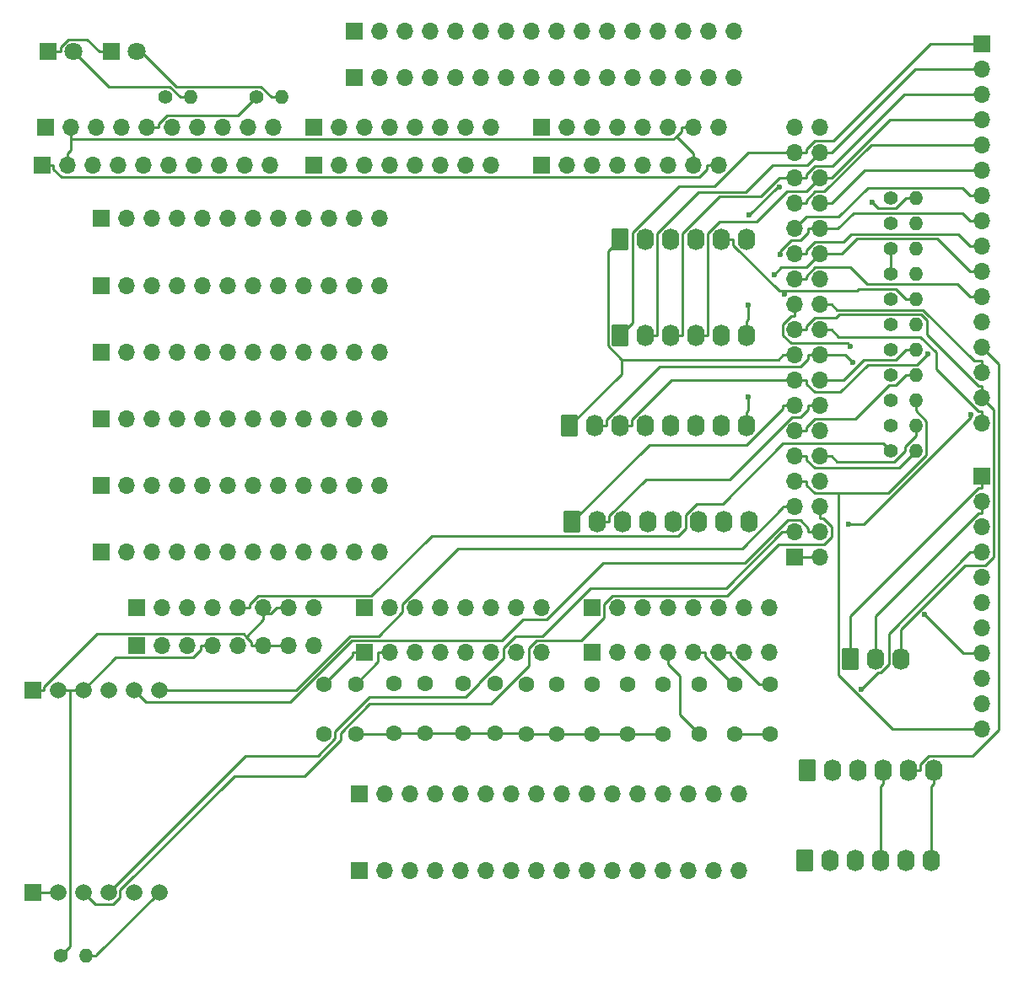
<source format=gbr>
%TF.GenerationSoftware,KiCad,Pcbnew,7.0.9*%
%TF.CreationDate,2023-12-05T18:38:30+10:00*%
%TF.ProjectId,Forward Console Input,466f7277-6172-4642-9043-6f6e736f6c65,rev?*%
%TF.SameCoordinates,Original*%
%TF.FileFunction,Copper,L1,Top*%
%TF.FilePolarity,Positive*%
%FSLAX46Y46*%
G04 Gerber Fmt 4.6, Leading zero omitted, Abs format (unit mm)*
G04 Created by KiCad (PCBNEW 7.0.9) date 2023-12-05 18:38:30*
%MOMM*%
%LPD*%
G01*
G04 APERTURE LIST*
G04 Aperture macros list*
%AMRoundRect*
0 Rectangle with rounded corners*
0 $1 Rounding radius*
0 $2 $3 $4 $5 $6 $7 $8 $9 X,Y pos of 4 corners*
0 Add a 4 corners polygon primitive as box body*
4,1,4,$2,$3,$4,$5,$6,$7,$8,$9,$2,$3,0*
0 Add four circle primitives for the rounded corners*
1,1,$1+$1,$2,$3*
1,1,$1+$1,$4,$5*
1,1,$1+$1,$6,$7*
1,1,$1+$1,$8,$9*
0 Add four rect primitives between the rounded corners*
20,1,$1+$1,$2,$3,$4,$5,0*
20,1,$1+$1,$4,$5,$6,$7,0*
20,1,$1+$1,$6,$7,$8,$9,0*
20,1,$1+$1,$8,$9,$2,$3,0*%
G04 Aperture macros list end*
%TA.AperFunction,ComponentPad*%
%ADD10R,1.700000X1.700000*%
%TD*%
%TA.AperFunction,ComponentPad*%
%ADD11O,1.700000X1.700000*%
%TD*%
%TA.AperFunction,ComponentPad*%
%ADD12C,1.400000*%
%TD*%
%TA.AperFunction,ComponentPad*%
%ADD13O,1.400000X1.400000*%
%TD*%
%TA.AperFunction,ComponentPad*%
%ADD14RoundRect,0.250000X-0.620000X-0.845000X0.620000X-0.845000X0.620000X0.845000X-0.620000X0.845000X0*%
%TD*%
%TA.AperFunction,ComponentPad*%
%ADD15O,1.740000X2.190000*%
%TD*%
%TA.AperFunction,ComponentPad*%
%ADD16C,1.600000*%
%TD*%
%TA.AperFunction,ComponentPad*%
%ADD17R,1.800000X1.800000*%
%TD*%
%TA.AperFunction,ComponentPad*%
%ADD18C,1.800000*%
%TD*%
%TA.AperFunction,ComponentPad*%
%ADD19R,1.665000X1.665000*%
%TD*%
%TA.AperFunction,ComponentPad*%
%ADD20C,1.665000*%
%TD*%
%TA.AperFunction,ViaPad*%
%ADD21C,0.600000*%
%TD*%
%TA.AperFunction,Conductor*%
%ADD22C,0.250000*%
%TD*%
G04 APERTURE END LIST*
D10*
%TO.P,J29,1,Pin_1*%
%TO.N,GND*%
X193980000Y-92380000D03*
D11*
%TO.P,J29,2,Pin_2*%
X196520000Y-92380000D03*
%TO.P,J29,3,Pin_3*%
%TO.N,SCLK*%
X193980000Y-89840000D03*
%TO.P,J29,4,Pin_4*%
%TO.N,ES1_RST*%
X196520000Y-89840000D03*
%TO.P,J29,5,Pin_5*%
%TO.N,MISO*%
X193980000Y-87300000D03*
%TO.P,J29,6,Pin_6*%
%TO.N,MOSI*%
X196520000Y-87300000D03*
%TO.P,J29,7,Pin_7*%
%TO.N,/48*%
X193980000Y-84760000D03*
%TO.P,J29,8,Pin_8*%
%TO.N,/49*%
X196520000Y-84760000D03*
%TO.P,J29,9,Pin_9*%
%TO.N,/\u002A46*%
X193980000Y-82220000D03*
%TO.P,J29,10,Pin_10*%
%TO.N,/47*%
X196520000Y-82220000D03*
%TO.P,J29,11,Pin_11*%
%TO.N,/\u002A44*%
X193980000Y-79680000D03*
%TO.P,J29,12,Pin_12*%
%TO.N,/\u002A45*%
X196520000Y-79680000D03*
%TO.P,J29,13,Pin_13*%
%TO.N,/42*%
X193980000Y-77140000D03*
%TO.P,J29,14,Pin_14*%
%TO.N,/43*%
X196520000Y-77140000D03*
%TO.P,J29,15,Pin_15*%
%TO.N,/40*%
X193980000Y-74600000D03*
%TO.P,J29,16,Pin_16*%
%TO.N,/41*%
X196520000Y-74600000D03*
%TO.P,J29,17,Pin_17*%
%TO.N,/38*%
X193980000Y-72060000D03*
%TO.P,J29,18,Pin_18*%
%TO.N,/39*%
X196520000Y-72060000D03*
%TO.P,J29,19,Pin_19*%
%TO.N,/36*%
X193980000Y-69520000D03*
%TO.P,J29,20,Pin_20*%
%TO.N,/37*%
X196520000Y-69520000D03*
%TO.P,J29,21,Pin_21*%
%TO.N,/34*%
X193980000Y-66980000D03*
%TO.P,J29,22,Pin_22*%
%TO.N,/35*%
X196520000Y-66980000D03*
%TO.P,J29,23,Pin_23*%
%TO.N,/32*%
X193980000Y-64440000D03*
%TO.P,J29,24,Pin_24*%
%TO.N,/33*%
X196520000Y-64440000D03*
%TO.P,J29,25,Pin_25*%
%TO.N,/30*%
X193980000Y-61900000D03*
%TO.P,J29,26,Pin_26*%
%TO.N,/31*%
X196520000Y-61900000D03*
%TO.P,J29,27,Pin_27*%
%TO.N,/28*%
X193980000Y-59360000D03*
%TO.P,J29,28,Pin_28*%
%TO.N,/29*%
X196520000Y-59360000D03*
%TO.P,J29,29,Pin_29*%
%TO.N,/26*%
X193980000Y-56820000D03*
%TO.P,J29,30,Pin_30*%
%TO.N,/27*%
X196520000Y-56820000D03*
%TO.P,J29,31,Pin_31*%
%TO.N,/24*%
X193980000Y-54280000D03*
%TO.P,J29,32,Pin_32*%
%TO.N,/25*%
X196520000Y-54280000D03*
%TO.P,J29,33,Pin_33*%
%TO.N,/22*%
X193980000Y-51740000D03*
%TO.P,J29,34,Pin_34*%
%TO.N,/23*%
X196520000Y-51740000D03*
%TO.P,J29,35,Pin_35*%
%TO.N,+5V*%
X193980000Y-49200000D03*
%TO.P,J29,36,Pin_36*%
X196520000Y-49200000D03*
%TD*%
D10*
%TO.P,J26,1,Pin_1*%
%TO.N,unconnected-(J26-Pin_1-Pad1)*%
X127940000Y-97460000D03*
D11*
%TO.P,J26,2,Pin_2*%
%TO.N,/IOREF*%
X130480000Y-97460000D03*
%TO.P,J26,3,Pin_3*%
%TO.N,/~{RESET}*%
X133020000Y-97460000D03*
%TO.P,J26,4,Pin_4*%
%TO.N,+3V3*%
X135560000Y-97460000D03*
%TO.P,J26,5,Pin_5*%
%TO.N,+5V*%
X138100000Y-97460000D03*
%TO.P,J26,6,Pin_6*%
%TO.N,GND*%
X140640000Y-97460000D03*
%TO.P,J26,7,Pin_7*%
X143180000Y-97460000D03*
%TO.P,J26,8,Pin_8*%
%TO.N,VCC*%
X145720000Y-97460000D03*
%TD*%
D10*
%TO.P,J27,1,Pin_1*%
%TO.N,/A0*%
X150800000Y-97460000D03*
D11*
%TO.P,J27,2,Pin_2*%
%TO.N,/A1*%
X153340000Y-97460000D03*
%TO.P,J27,3,Pin_3*%
%TO.N,/A2*%
X155880000Y-97460000D03*
%TO.P,J27,4,Pin_4*%
%TO.N,/A3*%
X158420000Y-97460000D03*
%TO.P,J27,5,Pin_5*%
%TO.N,/A4*%
X160960000Y-97460000D03*
%TO.P,J27,6,Pin_6*%
%TO.N,/A5*%
X163500000Y-97460000D03*
%TO.P,J27,7,Pin_7*%
%TO.N,/A6*%
X166040000Y-97460000D03*
%TO.P,J27,8,Pin_8*%
%TO.N,/A7*%
X168580000Y-97460000D03*
%TD*%
D10*
%TO.P,J28,1,Pin_1*%
%TO.N,/A8*%
X173660000Y-97460000D03*
D11*
%TO.P,J28,2,Pin_2*%
%TO.N,/A9*%
X176200000Y-97460000D03*
%TO.P,J28,3,Pin_3*%
%TO.N,/A10*%
X178740000Y-97460000D03*
%TO.P,J28,4,Pin_4*%
%TO.N,/A11*%
X181280000Y-97460000D03*
%TO.P,J28,5,Pin_5*%
%TO.N,/A12*%
X183820000Y-97460000D03*
%TO.P,J28,6,Pin_6*%
%TO.N,/A13*%
X186360000Y-97460000D03*
%TO.P,J28,7,Pin_7*%
%TO.N,/A14*%
X188900000Y-97460000D03*
%TO.P,J28,8,Pin_8*%
%TO.N,/A15*%
X191440000Y-97460000D03*
%TD*%
D10*
%TO.P,J30,1,Pin_1*%
%TO.N,/SCL{slash}21*%
X118796000Y-49200000D03*
D11*
%TO.P,J30,2,Pin_2*%
%TO.N,/SDA{slash}20*%
X121336000Y-49200000D03*
%TO.P,J30,3,Pin_3*%
%TO.N,/AREF*%
X123876000Y-49200000D03*
%TO.P,J30,4,Pin_4*%
%TO.N,GND*%
X126416000Y-49200000D03*
%TO.P,J30,5,Pin_5*%
%TO.N,/\u002A13*%
X128956000Y-49200000D03*
%TO.P,J30,6,Pin_6*%
%TO.N,/\u002A12*%
X131496000Y-49200000D03*
%TO.P,J30,7,Pin_7*%
%TO.N,/\u002A11*%
X134036000Y-49200000D03*
%TO.P,J30,8,Pin_8*%
%TO.N,SS*%
X136576000Y-49200000D03*
%TO.P,J30,9,Pin_9*%
%TO.N,/\u002A9*%
X139116000Y-49200000D03*
%TO.P,J30,10,Pin_10*%
%TO.N,/\u002A8*%
X141656000Y-49200000D03*
%TD*%
D10*
%TO.P,J31,1,Pin_1*%
%TO.N,/\u002A7*%
X145720000Y-49200000D03*
D11*
%TO.P,J31,2,Pin_2*%
%TO.N,/\u002A6*%
X148260000Y-49200000D03*
%TO.P,J31,3,Pin_3*%
%TO.N,/\u002A5*%
X150800000Y-49200000D03*
%TO.P,J31,4,Pin_4*%
%TO.N,/\u002A4*%
X153340000Y-49200000D03*
%TO.P,J31,5,Pin_5*%
%TO.N,/\u002A3*%
X155880000Y-49200000D03*
%TO.P,J31,6,Pin_6*%
%TO.N,/\u002A2*%
X158420000Y-49200000D03*
%TO.P,J31,7,Pin_7*%
%TO.N,/TX0{slash}1*%
X160960000Y-49200000D03*
%TO.P,J31,8,Pin_8*%
%TO.N,/RX0{slash}0*%
X163500000Y-49200000D03*
%TD*%
D10*
%TO.P,J32,1,Pin_1*%
%TO.N,/TX3{slash}14*%
X168580000Y-49200000D03*
D11*
%TO.P,J32,2,Pin_2*%
%TO.N,/RX3{slash}15*%
X171120000Y-49200000D03*
%TO.P,J32,3,Pin_3*%
%TO.N,/TX2{slash}16*%
X173660000Y-49200000D03*
%TO.P,J32,4,Pin_4*%
%TO.N,/RX2{slash}17*%
X176200000Y-49200000D03*
%TO.P,J32,5,Pin_5*%
%TO.N,/TX1{slash}18*%
X178740000Y-49200000D03*
%TO.P,J32,6,Pin_6*%
%TO.N,/RX1{slash}19*%
X181280000Y-49200000D03*
%TO.P,J32,7,Pin_7*%
%TO.N,/SDA{slash}20*%
X183820000Y-49200000D03*
%TO.P,J32,8,Pin_8*%
%TO.N,/SCL{slash}21*%
X186360000Y-49200000D03*
%TD*%
D10*
%TO.P,J17,1,Pin_1*%
%TO.N,Net-(J17-Pin_1)*%
X124384000Y-85166400D03*
D11*
%TO.P,J17,2,Pin_2*%
%TO.N,Net-(J17-Pin_2)*%
X126924000Y-85166400D03*
%TO.P,J17,3,Pin_3*%
%TO.N,Net-(J17-Pin_3)*%
X129464000Y-85166400D03*
%TO.P,J17,4,Pin_4*%
%TO.N,Net-(J17-Pin_4)*%
X132004000Y-85166400D03*
%TO.P,J17,5,Pin_5*%
%TO.N,Net-(J17-Pin_5)*%
X134544000Y-85166400D03*
%TO.P,J17,6,Pin_6*%
%TO.N,Net-(J17-Pin_6)*%
X137084000Y-85166400D03*
%TO.P,J17,7,Pin_7*%
%TO.N,Net-(J17-Pin_7)*%
X139624000Y-85166400D03*
%TO.P,J17,8,Pin_8*%
%TO.N,Net-(J17-Pin_8)*%
X142164000Y-85166400D03*
%TO.P,J17,9,Pin_9*%
%TO.N,Net-(J17-Pin_9)*%
X144704000Y-85166400D03*
%TO.P,J17,10,Pin_10*%
%TO.N,Net-(J17-Pin_10)*%
X147244000Y-85166400D03*
%TO.P,J17,11,Pin_11*%
%TO.N,Net-(J17-Pin_11)*%
X149784000Y-85166400D03*
%TO.P,J17,12,Pin_12*%
%TO.N,Net-(J17-Pin_12)*%
X152324000Y-85166400D03*
%TD*%
D12*
%TO.P,R5,1*%
%TO.N,+5V*%
X203632000Y-69012000D03*
D13*
%TO.P,R5,2*%
%TO.N,/40*%
X206172000Y-69012000D03*
%TD*%
D12*
%TO.P,R2,1*%
%TO.N,/\u002A12*%
X130784000Y-46152000D03*
D13*
%TO.P,R2,2*%
%TO.N,Net-(D2-A)*%
X133324000Y-46152000D03*
%TD*%
D14*
%TO.P,J8,1,Pin_1*%
%TO.N,/38*%
X171374000Y-79172000D03*
D15*
%TO.P,J8,2,Pin_2*%
%TO.N,/39*%
X173914000Y-79172000D03*
%TO.P,J8,3,Pin_3*%
%TO.N,/40*%
X176454000Y-79172000D03*
%TO.P,J8,4,Pin_4*%
%TO.N,/41*%
X178994000Y-79172000D03*
%TO.P,J8,5,Pin_5*%
%TO.N,/28*%
X181534000Y-79172000D03*
%TO.P,J8,6,Pin_6*%
%TO.N,/29*%
X184074000Y-79172000D03*
%TO.P,J8,7,Pin_7*%
%TO.N,/30*%
X186614000Y-79172000D03*
%TO.P,J8,8,Pin_8*%
%TO.N,/31*%
X189154000Y-79172000D03*
%TD*%
D16*
%TO.P,C7,1*%
%TO.N,/A11*%
X184368000Y-110120000D03*
%TO.P,C7,2*%
%TO.N,GND*%
X184368000Y-105120000D03*
%TD*%
%TO.P,C14,1*%
%TO.N,/A0*%
X146736000Y-105120000D03*
%TO.P,C14,2*%
%TO.N,GND*%
X146736000Y-110120000D03*
%TD*%
D12*
%TO.P,R7,1*%
%TO.N,+5V*%
X203632000Y-66472000D03*
D13*
%TO.P,R7,2*%
%TO.N,/42*%
X206172000Y-66472000D03*
%TD*%
D10*
%TO.P,J1,1,Pin_1*%
%TO.N,Net-(J1-Pin_1)*%
X150292000Y-123876000D03*
D11*
%TO.P,J1,2,Pin_2*%
%TO.N,Net-(J1-Pin_2)*%
X152832000Y-123876000D03*
%TO.P,J1,3,Pin_3*%
%TO.N,Net-(J1-Pin_3)*%
X155372000Y-123876000D03*
%TO.P,J1,4,Pin_4*%
%TO.N,Net-(J1-Pin_4)*%
X157912000Y-123876000D03*
%TO.P,J1,5,Pin_5*%
%TO.N,Net-(J1-Pin_5)*%
X160452000Y-123876000D03*
%TO.P,J1,6,Pin_6*%
%TO.N,Net-(J1-Pin_6)*%
X162992000Y-123876000D03*
%TO.P,J1,7,Pin_7*%
%TO.N,Net-(J1-Pin_7)*%
X165532000Y-123876000D03*
%TO.P,J1,8,Pin_8*%
%TO.N,Net-(J1-Pin_8)*%
X168072000Y-123876000D03*
%TO.P,J1,9,Pin_9*%
%TO.N,Net-(J1-Pin_9)*%
X170612000Y-123876000D03*
%TO.P,J1,10,Pin_10*%
%TO.N,Net-(J1-Pin_10)*%
X173152000Y-123876000D03*
%TO.P,J1,11,Pin_11*%
%TO.N,Net-(J1-Pin_11)*%
X175692000Y-123876000D03*
%TO.P,J1,12,Pin_12*%
%TO.N,Net-(J1-Pin_12)*%
X178232000Y-123876000D03*
%TO.P,J1,13,Pin_13*%
%TO.N,Net-(J1-Pin_13)*%
X180772000Y-123876000D03*
%TO.P,J1,14,Pin_14*%
%TO.N,Net-(J1-Pin_14)*%
X183312000Y-123876000D03*
%TO.P,J1,15,Pin_15*%
%TO.N,Net-(J1-Pin_15)*%
X185852000Y-123876000D03*
%TO.P,J1,16,Pin_16*%
%TO.N,Net-(J1-Pin_16)*%
X188392000Y-123876000D03*
%TD*%
D12*
%TO.P,R14,1*%
%TO.N,+3V3*%
X120325000Y-132385000D03*
D13*
%TO.P,R14,2*%
%TO.N,Net-(U1-INT)*%
X122865000Y-132385000D03*
%TD*%
D10*
%TO.P,J24,1,Pin_1*%
%TO.N,Net-(J23-Pin_1)*%
X149784000Y-44198000D03*
D11*
%TO.P,J24,2,Pin_2*%
%TO.N,Net-(J23-Pin_2)*%
X152324000Y-44198000D03*
%TO.P,J24,3,Pin_3*%
%TO.N,Net-(J23-Pin_3)*%
X154864000Y-44198000D03*
%TO.P,J24,4,Pin_4*%
%TO.N,Net-(J23-Pin_4)*%
X157404000Y-44198000D03*
%TO.P,J24,5,Pin_5*%
%TO.N,Net-(J23-Pin_5)*%
X159944000Y-44198000D03*
%TO.P,J24,6,Pin_6*%
%TO.N,Net-(J23-Pin_6)*%
X162484000Y-44198000D03*
%TO.P,J24,7,Pin_7*%
%TO.N,Net-(J23-Pin_7)*%
X165024000Y-44198000D03*
%TO.P,J24,8,Pin_8*%
%TO.N,Net-(J23-Pin_8)*%
X167564000Y-44198000D03*
%TO.P,J24,9,Pin_9*%
%TO.N,Net-(J23-Pin_9)*%
X170104000Y-44198000D03*
%TO.P,J24,10,Pin_10*%
%TO.N,Net-(J23-Pin_10)*%
X172644000Y-44198000D03*
%TO.P,J24,11,Pin_11*%
%TO.N,Net-(J23-Pin_11)*%
X175184000Y-44198000D03*
%TO.P,J24,12,Pin_12*%
%TO.N,Net-(J23-Pin_12)*%
X177724000Y-44198000D03*
%TO.P,J24,13,Pin_13*%
%TO.N,Net-(J23-Pin_13)*%
X180264000Y-44198000D03*
%TO.P,J24,14,Pin_14*%
%TO.N,Net-(J23-Pin_14)*%
X182804000Y-44198000D03*
%TO.P,J24,15,Pin_15*%
%TO.N,Net-(J23-Pin_15)*%
X185344000Y-44198000D03*
%TO.P,J24,16,Pin_16*%
%TO.N,Net-(J23-Pin_16)*%
X187884000Y-44198000D03*
%TD*%
D16*
%TO.P,C3,1*%
%TO.N,/A13*%
X191480000Y-105120000D03*
%TO.P,C3,2*%
%TO.N,GND*%
X191480000Y-110120000D03*
%TD*%
D10*
%TO.P,J12,1,Pin_1*%
%TO.N,Net-(J12-Pin_1)*%
X124384000Y-78460800D03*
D11*
%TO.P,J12,2,Pin_2*%
%TO.N,Net-(J12-Pin_2)*%
X126924000Y-78460800D03*
%TO.P,J12,3,Pin_3*%
%TO.N,Net-(J12-Pin_3)*%
X129464000Y-78460800D03*
%TO.P,J12,4,Pin_4*%
%TO.N,Net-(J12-Pin_4)*%
X132004000Y-78460800D03*
%TO.P,J12,5,Pin_5*%
%TO.N,Net-(J12-Pin_5)*%
X134544000Y-78460800D03*
%TO.P,J12,6,Pin_6*%
%TO.N,Net-(J12-Pin_6)*%
X137084000Y-78460800D03*
%TO.P,J12,7,Pin_7*%
%TO.N,Net-(J12-Pin_7)*%
X139624000Y-78460800D03*
%TO.P,J12,8,Pin_8*%
%TO.N,Net-(J12-Pin_8)*%
X142164000Y-78460800D03*
%TO.P,J12,9,Pin_9*%
%TO.N,Net-(J12-Pin_9)*%
X144704000Y-78460800D03*
%TO.P,J12,10,Pin_10*%
%TO.N,Net-(J12-Pin_10)*%
X147244000Y-78460800D03*
%TO.P,J12,11,Pin_11*%
%TO.N,Net-(J12-Pin_11)*%
X149784000Y-78460800D03*
%TO.P,J12,12,Pin_12*%
%TO.N,Net-(J12-Pin_12)*%
X152324000Y-78460800D03*
%TD*%
D10*
%TO.P,J22,1,Pin_1*%
%TO.N,/A8*%
X173660000Y-101905000D03*
D11*
%TO.P,J22,2,Pin_2*%
%TO.N,/A9*%
X176200000Y-101905000D03*
%TO.P,J22,3,Pin_3*%
%TO.N,/A10*%
X178740000Y-101905000D03*
%TO.P,J22,4,Pin_4*%
%TO.N,/A11*%
X181280000Y-101905000D03*
%TO.P,J22,5,Pin_5*%
%TO.N,/A12*%
X183820000Y-101905000D03*
%TO.P,J22,6,Pin_6*%
%TO.N,/A13*%
X186360000Y-101905000D03*
%TO.P,J22,7,Pin_7*%
%TO.N,/A14*%
X188900000Y-101905000D03*
%TO.P,J22,8,Pin_8*%
%TO.N,/A15*%
X191440000Y-101905000D03*
%TD*%
D14*
%TO.P,J7,1,Pin_1*%
%TO.N,/38*%
X194996000Y-122860000D03*
D15*
%TO.P,J7,2,Pin_2*%
%TO.N,/39*%
X197536000Y-122860000D03*
%TO.P,J7,3,Pin_3*%
%TO.N,/32*%
X200076000Y-122860000D03*
%TO.P,J7,4,Pin_4*%
%TO.N,/33*%
X202616000Y-122860000D03*
%TO.P,J7,5,Pin_5*%
%TO.N,/34*%
X205156000Y-122860000D03*
%TO.P,J7,6,Pin_6*%
%TO.N,/35*%
X207696000Y-122860000D03*
%TD*%
D10*
%TO.P,J10,1,Pin_1*%
%TO.N,/22*%
X212776000Y-40818000D03*
D11*
%TO.P,J10,2,Pin_2*%
%TO.N,/23*%
X212776000Y-43358000D03*
%TO.P,J10,3,Pin_3*%
%TO.N,/24*%
X212776000Y-45898000D03*
%TO.P,J10,4,Pin_4*%
%TO.N,/25*%
X212776000Y-48438000D03*
%TO.P,J10,5,Pin_5*%
%TO.N,/26*%
X212776000Y-50978000D03*
%TO.P,J10,6,Pin_6*%
%TO.N,/27*%
X212776000Y-53518000D03*
%TO.P,J10,7,Pin_7*%
%TO.N,/28*%
X212776000Y-56058000D03*
%TO.P,J10,8,Pin_8*%
%TO.N,/29*%
X212776000Y-58598000D03*
%TO.P,J10,9,Pin_9*%
%TO.N,/30*%
X212776000Y-61138000D03*
%TO.P,J10,10,Pin_10*%
%TO.N,/31*%
X212776000Y-63678000D03*
%TO.P,J10,11,Pin_11*%
%TO.N,/32*%
X212776000Y-66218000D03*
%TO.P,J10,12,Pin_12*%
%TO.N,/33*%
X212776000Y-68758000D03*
%TO.P,J10,13,Pin_13*%
%TO.N,/34*%
X212776000Y-71298000D03*
%TO.P,J10,14,Pin_14*%
%TO.N,/35*%
X212776000Y-73838000D03*
%TO.P,J10,15,Pin_15*%
%TO.N,/36*%
X212776000Y-76378000D03*
%TO.P,J10,16,Pin_16*%
%TO.N,/37*%
X212776000Y-78918000D03*
%TD*%
D10*
%TO.P,J18,1,Pin_1*%
%TO.N,Net-(J17-Pin_1)*%
X124384000Y-91872000D03*
D11*
%TO.P,J18,2,Pin_2*%
%TO.N,Net-(J17-Pin_2)*%
X126924000Y-91872000D03*
%TO.P,J18,3,Pin_3*%
%TO.N,Net-(J17-Pin_3)*%
X129464000Y-91872000D03*
%TO.P,J18,4,Pin_4*%
%TO.N,Net-(J17-Pin_4)*%
X132004000Y-91872000D03*
%TO.P,J18,5,Pin_5*%
%TO.N,Net-(J17-Pin_5)*%
X134544000Y-91872000D03*
%TO.P,J18,6,Pin_6*%
%TO.N,Net-(J17-Pin_6)*%
X137084000Y-91872000D03*
%TO.P,J18,7,Pin_7*%
%TO.N,Net-(J17-Pin_7)*%
X139624000Y-91872000D03*
%TO.P,J18,8,Pin_8*%
%TO.N,Net-(J17-Pin_8)*%
X142164000Y-91872000D03*
%TO.P,J18,9,Pin_9*%
%TO.N,Net-(J17-Pin_9)*%
X144704000Y-91872000D03*
%TO.P,J18,10,Pin_10*%
%TO.N,Net-(J17-Pin_10)*%
X147244000Y-91872000D03*
%TO.P,J18,11,Pin_11*%
%TO.N,Net-(J17-Pin_11)*%
X149784000Y-91872000D03*
%TO.P,J18,12,Pin_12*%
%TO.N,Net-(J17-Pin_12)*%
X152324000Y-91872000D03*
%TD*%
D14*
%TO.P,J9,1,Pin_1*%
%TO.N,/42*%
X171628000Y-88824000D03*
D15*
%TO.P,J9,2,Pin_2*%
%TO.N,/43*%
X174168000Y-88824000D03*
%TO.P,J9,3,Pin_3*%
%TO.N,/28*%
X176708000Y-88824000D03*
%TO.P,J9,4,Pin_4*%
%TO.N,/29*%
X179248000Y-88824000D03*
%TO.P,J9,5,Pin_5*%
%TO.N,/30*%
X181788000Y-88824000D03*
%TO.P,J9,6,Pin_6*%
%TO.N,/31*%
X184328000Y-88824000D03*
%TO.P,J9,7,Pin_7*%
%TO.N,/32*%
X186868000Y-88824000D03*
%TO.P,J9,8,Pin_8*%
%TO.N,/33*%
X189408000Y-88824000D03*
%TD*%
D16*
%TO.P,C11,1*%
%TO.N,/A9*%
X177216000Y-105120000D03*
%TO.P,C11,2*%
%TO.N,GND*%
X177216000Y-110120000D03*
%TD*%
%TO.P,C6,1*%
%TO.N,/A4*%
X160706000Y-105080000D03*
%TO.P,C6,2*%
%TO.N,GND*%
X160706000Y-110080000D03*
%TD*%
D10*
%TO.P,J13,1,Pin_1*%
%TO.N,Net-(J12-Pin_1)*%
X124384000Y-71755200D03*
D11*
%TO.P,J13,2,Pin_2*%
%TO.N,Net-(J12-Pin_2)*%
X126924000Y-71755200D03*
%TO.P,J13,3,Pin_3*%
%TO.N,Net-(J12-Pin_3)*%
X129464000Y-71755200D03*
%TO.P,J13,4,Pin_4*%
%TO.N,Net-(J12-Pin_4)*%
X132004000Y-71755200D03*
%TO.P,J13,5,Pin_5*%
%TO.N,Net-(J12-Pin_5)*%
X134544000Y-71755200D03*
%TO.P,J13,6,Pin_6*%
%TO.N,Net-(J12-Pin_6)*%
X137084000Y-71755200D03*
%TO.P,J13,7,Pin_7*%
%TO.N,Net-(J12-Pin_7)*%
X139624000Y-71755200D03*
%TO.P,J13,8,Pin_8*%
%TO.N,Net-(J12-Pin_8)*%
X142164000Y-71755200D03*
%TO.P,J13,9,Pin_9*%
%TO.N,Net-(J12-Pin_9)*%
X144704000Y-71755200D03*
%TO.P,J13,10,Pin_10*%
%TO.N,Net-(J12-Pin_10)*%
X147244000Y-71755200D03*
%TO.P,J13,11,Pin_11*%
%TO.N,Net-(J12-Pin_11)*%
X149784000Y-71755200D03*
%TO.P,J13,12,Pin_12*%
%TO.N,Net-(J12-Pin_12)*%
X152324000Y-71755200D03*
%TD*%
D16*
%TO.P,C8,1*%
%TO.N,/A3*%
X156896000Y-105080000D03*
%TO.P,C8,2*%
%TO.N,GND*%
X156896000Y-110080000D03*
%TD*%
D12*
%TO.P,R10,1*%
%TO.N,+5V*%
X203582000Y-61392000D03*
D13*
%TO.P,R10,2*%
%TO.N,/\u002A45*%
X206122000Y-61392000D03*
%TD*%
D16*
%TO.P,C2,1*%
%TO.N,/A6*%
X167056000Y-105120000D03*
%TO.P,C2,2*%
%TO.N,GND*%
X167056000Y-110120000D03*
%TD*%
D14*
%TO.P,J6,1,Pin_1*%
%TO.N,/38*%
X199568000Y-102560000D03*
D15*
%TO.P,J6,2,Pin_2*%
%TO.N,/39*%
X202108000Y-102560000D03*
%TO.P,J6,3,Pin_3*%
%TO.N,/36*%
X204648000Y-102560000D03*
%TD*%
D10*
%TO.P,J25,1,Pin_1*%
%TO.N,unconnected-(J25-Pin_1-Pad1)*%
X127940000Y-101270000D03*
D11*
%TO.P,J25,2,Pin_2*%
%TO.N,/IOREF*%
X130480000Y-101270000D03*
%TO.P,J25,3,Pin_3*%
%TO.N,/~{RESET}*%
X133020000Y-101270000D03*
%TO.P,J25,4,Pin_4*%
%TO.N,+3V3*%
X135560000Y-101270000D03*
%TO.P,J25,5,Pin_5*%
%TO.N,+5V*%
X138100000Y-101270000D03*
%TO.P,J25,6,Pin_6*%
%TO.N,GND*%
X140640000Y-101270000D03*
%TO.P,J25,7,Pin_7*%
X143180000Y-101270000D03*
%TO.P,J25,8,Pin_8*%
%TO.N,VCC*%
X145720000Y-101270000D03*
%TD*%
D16*
%TO.P,C1,1*%
%TO.N,/A7*%
X170104000Y-105120000D03*
%TO.P,C1,2*%
%TO.N,GND*%
X170104000Y-110120000D03*
%TD*%
D12*
%TO.P,R8,1*%
%TO.N,+5V*%
X203632000Y-56312000D03*
D13*
%TO.P,R8,2*%
%TO.N,/43*%
X206172000Y-56312000D03*
%TD*%
D12*
%TO.P,R11,1*%
%TO.N,+5V*%
X203582000Y-81712000D03*
D13*
%TO.P,R11,2*%
%TO.N,/\u002A46*%
X206122000Y-81712000D03*
%TD*%
D16*
%TO.P,C5,1*%
%TO.N,/A12*%
X187924000Y-105120000D03*
%TO.P,C5,2*%
%TO.N,GND*%
X187924000Y-110120000D03*
%TD*%
%TO.P,C9,1*%
%TO.N,/A10*%
X180772000Y-105120000D03*
%TO.P,C9,2*%
%TO.N,GND*%
X180772000Y-110120000D03*
%TD*%
D14*
%TO.P,J4,1,Pin_1*%
%TO.N,/22*%
X176454000Y-70048000D03*
D15*
%TO.P,J4,2,Pin_2*%
%TO.N,/23*%
X178994000Y-70048000D03*
%TO.P,J4,3,Pin_3*%
%TO.N,/24*%
X181534000Y-70048000D03*
%TO.P,J4,4,Pin_4*%
%TO.N,/25*%
X184074000Y-70048000D03*
%TO.P,J4,5,Pin_5*%
%TO.N,/26*%
X186614000Y-70048000D03*
%TO.P,J4,6,Pin_6*%
%TO.N,/27*%
X189154000Y-70048000D03*
%TD*%
D16*
%TO.P,C12,1*%
%TO.N,/A1*%
X149911000Y-105120000D03*
%TO.P,C12,2*%
%TO.N,GND*%
X149911000Y-110120000D03*
%TD*%
D12*
%TO.P,R3,1*%
%TO.N,+5V*%
X203632000Y-58852000D03*
D13*
%TO.P,R3,2*%
%TO.N,/38*%
X206172000Y-58852000D03*
%TD*%
D10*
%TO.P,J16,1,Pin_1*%
%TO.N,/TX3{slash}14*%
X168580000Y-53010000D03*
D11*
%TO.P,J16,2,Pin_2*%
%TO.N,/RX3{slash}15*%
X171120000Y-53010000D03*
%TO.P,J16,3,Pin_3*%
%TO.N,/TX2{slash}16*%
X173660000Y-53010000D03*
%TO.P,J16,4,Pin_4*%
%TO.N,/RX2{slash}17*%
X176200000Y-53010000D03*
%TO.P,J16,5,Pin_5*%
%TO.N,/TX1{slash}18*%
X178740000Y-53010000D03*
%TO.P,J16,6,Pin_6*%
%TO.N,/RX1{slash}19*%
X181280000Y-53010000D03*
%TO.P,J16,7,Pin_7*%
%TO.N,/SDA{slash}20*%
X183820000Y-53010000D03*
%TO.P,J16,8,Pin_8*%
%TO.N,/SCL{slash}21*%
X186360000Y-53010000D03*
%TD*%
D16*
%TO.P,C4,1*%
%TO.N,/A5*%
X163881000Y-105080000D03*
%TO.P,C4,2*%
%TO.N,GND*%
X163881000Y-110080000D03*
%TD*%
D14*
%TO.P,J2,1,Pin_1*%
%TO.N,/40*%
X195250000Y-113736000D03*
D15*
%TO.P,J2,2,Pin_2*%
%TO.N,/41*%
X197790000Y-113736000D03*
%TO.P,J2,3,Pin_3*%
%TO.N,/32*%
X200330000Y-113736000D03*
%TO.P,J2,4,Pin_4*%
%TO.N,/33*%
X202870000Y-113736000D03*
%TO.P,J2,5,Pin_5*%
%TO.N,/34*%
X205410000Y-113736000D03*
%TO.P,J2,6,Pin_6*%
%TO.N,/35*%
X207950000Y-113736000D03*
%TD*%
D12*
%TO.P,R4,1*%
%TO.N,+5V*%
X203582000Y-63932000D03*
D13*
%TO.P,R4,2*%
%TO.N,/39*%
X206122000Y-63932000D03*
%TD*%
D10*
%TO.P,J15,1,Pin_1*%
%TO.N,/\u002A7*%
X145720000Y-53010000D03*
D11*
%TO.P,J15,2,Pin_2*%
%TO.N,/\u002A6*%
X148260000Y-53010000D03*
%TO.P,J15,3,Pin_3*%
%TO.N,/\u002A5*%
X150800000Y-53010000D03*
%TO.P,J15,4,Pin_4*%
%TO.N,/\u002A4*%
X153340000Y-53010000D03*
%TO.P,J15,5,Pin_5*%
%TO.N,/\u002A3*%
X155880000Y-53010000D03*
%TO.P,J15,6,Pin_6*%
%TO.N,/\u002A2*%
X158420000Y-53010000D03*
%TO.P,J15,7,Pin_7*%
%TO.N,/TX0{slash}1*%
X160960000Y-53010000D03*
%TO.P,J15,8,Pin_8*%
%TO.N,/RX0{slash}0*%
X163500000Y-53010000D03*
%TD*%
D10*
%TO.P,J21,1,Pin_1*%
%TO.N,/A0*%
X150800000Y-101905000D03*
D11*
%TO.P,J21,2,Pin_2*%
%TO.N,/A1*%
X153340000Y-101905000D03*
%TO.P,J21,3,Pin_3*%
%TO.N,/A2*%
X155880000Y-101905000D03*
%TO.P,J21,4,Pin_4*%
%TO.N,/A3*%
X158420000Y-101905000D03*
%TO.P,J21,5,Pin_5*%
%TO.N,/A4*%
X160960000Y-101905000D03*
%TO.P,J21,6,Pin_6*%
%TO.N,/A5*%
X163500000Y-101905000D03*
%TO.P,J21,7,Pin_7*%
%TO.N,/A6*%
X166040000Y-101905000D03*
%TO.P,J21,8,Pin_8*%
%TO.N,/A7*%
X168580000Y-101905000D03*
%TD*%
D14*
%TO.P,J3,1,Pin_1*%
%TO.N,/38*%
X176454000Y-60396000D03*
D15*
%TO.P,J3,2,Pin_2*%
%TO.N,/39*%
X178994000Y-60396000D03*
%TO.P,J3,3,Pin_3*%
%TO.N,/40*%
X181534000Y-60396000D03*
%TO.P,J3,4,Pin_4*%
%TO.N,/41*%
X184074000Y-60396000D03*
%TO.P,J3,5,Pin_5*%
%TO.N,/42*%
X186614000Y-60396000D03*
%TO.P,J3,6,Pin_6*%
%TO.N,/43*%
X189154000Y-60396000D03*
%TD*%
D16*
%TO.P,C13,1*%
%TO.N,/A8*%
X173660000Y-105120000D03*
%TO.P,C13,2*%
%TO.N,GND*%
X173660000Y-110120000D03*
%TD*%
D12*
%TO.P,R9,1*%
%TO.N,+5V*%
X203632000Y-74092000D03*
D13*
%TO.P,R9,2*%
%TO.N,/\u002A44*%
X206172000Y-74092000D03*
%TD*%
D12*
%TO.P,R6,1*%
%TO.N,+5V*%
X203632000Y-71552000D03*
D13*
%TO.P,R6,2*%
%TO.N,/41*%
X206172000Y-71552000D03*
%TD*%
D17*
%TO.P,D1,1,K*%
%TO.N,GND*%
X125395000Y-41580000D03*
D18*
%TO.P,D1,2,A*%
%TO.N,Net-(D1-A)*%
X127935000Y-41580000D03*
%TD*%
D10*
%TO.P,J19,1,Pin_1*%
%TO.N,Net-(J19-Pin_1)*%
X124384000Y-58344000D03*
D11*
%TO.P,J19,2,Pin_2*%
%TO.N,Net-(J19-Pin_2)*%
X126924000Y-58344000D03*
%TO.P,J19,3,Pin_3*%
%TO.N,Net-(J19-Pin_3)*%
X129464000Y-58344000D03*
%TO.P,J19,4,Pin_4*%
%TO.N,Net-(J19-Pin_4)*%
X132004000Y-58344000D03*
%TO.P,J19,5,Pin_5*%
%TO.N,Net-(J19-Pin_5)*%
X134544000Y-58344000D03*
%TO.P,J19,6,Pin_6*%
%TO.N,Net-(J19-Pin_6)*%
X137084000Y-58344000D03*
%TO.P,J19,7,Pin_7*%
%TO.N,Net-(J19-Pin_7)*%
X139624000Y-58344000D03*
%TO.P,J19,8,Pin_8*%
%TO.N,Net-(J19-Pin_8)*%
X142164000Y-58344000D03*
%TO.P,J19,9,Pin_9*%
%TO.N,Net-(J19-Pin_9)*%
X144704000Y-58344000D03*
%TO.P,J19,10,Pin_10*%
%TO.N,Net-(J19-Pin_10)*%
X147244000Y-58344000D03*
%TO.P,J19,11,Pin_11*%
%TO.N,Net-(J19-Pin_11)*%
X149784000Y-58344000D03*
%TO.P,J19,12,Pin_12*%
%TO.N,Net-(J19-Pin_12)*%
X152324000Y-58344000D03*
%TD*%
D12*
%TO.P,R12,1*%
%TO.N,+5V*%
X203632000Y-79172000D03*
D13*
%TO.P,R12,2*%
%TO.N,/47*%
X206172000Y-79172000D03*
%TD*%
D12*
%TO.P,R1,1*%
%TO.N,/\u002A13*%
X139928000Y-46152000D03*
D13*
%TO.P,R1,2*%
%TO.N,Net-(D1-A)*%
X142468000Y-46152000D03*
%TD*%
D10*
%TO.P,J11,1,Pin_1*%
%TO.N,/38*%
X212776000Y-84252000D03*
D11*
%TO.P,J11,2,Pin_2*%
%TO.N,/39*%
X212776000Y-86792000D03*
%TO.P,J11,3,Pin_3*%
%TO.N,/40*%
X212776000Y-89332000D03*
%TO.P,J11,4,Pin_4*%
%TO.N,/41*%
X212776000Y-91872000D03*
%TO.P,J11,5,Pin_5*%
%TO.N,/42*%
X212776000Y-94412000D03*
%TO.P,J11,6,Pin_6*%
%TO.N,/43*%
X212776000Y-96952000D03*
%TO.P,J11,7,Pin_7*%
%TO.N,/\u002A44*%
X212776000Y-99492000D03*
%TO.P,J11,8,Pin_8*%
%TO.N,/\u002A45*%
X212776000Y-102032000D03*
%TO.P,J11,9,Pin_9*%
%TO.N,/\u002A46*%
X212776000Y-104572000D03*
%TO.P,J11,10,Pin_10*%
%TO.N,/47*%
X212776000Y-107112000D03*
%TO.P,J11,11,Pin_11*%
%TO.N,/48*%
X212776000Y-109652000D03*
%TD*%
D10*
%TO.P,J20,1,Pin_1*%
%TO.N,Net-(J19-Pin_1)*%
X124384000Y-65049600D03*
D11*
%TO.P,J20,2,Pin_2*%
%TO.N,Net-(J19-Pin_2)*%
X126924000Y-65049600D03*
%TO.P,J20,3,Pin_3*%
%TO.N,Net-(J19-Pin_3)*%
X129464000Y-65049600D03*
%TO.P,J20,4,Pin_4*%
%TO.N,Net-(J19-Pin_4)*%
X132004000Y-65049600D03*
%TO.P,J20,5,Pin_5*%
%TO.N,Net-(J19-Pin_5)*%
X134544000Y-65049600D03*
%TO.P,J20,6,Pin_6*%
%TO.N,Net-(J19-Pin_6)*%
X137084000Y-65049600D03*
%TO.P,J20,7,Pin_7*%
%TO.N,Net-(J19-Pin_7)*%
X139624000Y-65049600D03*
%TO.P,J20,8,Pin_8*%
%TO.N,Net-(J19-Pin_8)*%
X142164000Y-65049600D03*
%TO.P,J20,9,Pin_9*%
%TO.N,Net-(J19-Pin_9)*%
X144704000Y-65049600D03*
%TO.P,J20,10,Pin_10*%
%TO.N,Net-(J19-Pin_10)*%
X147244000Y-65049600D03*
%TO.P,J20,11,Pin_11*%
%TO.N,Net-(J19-Pin_11)*%
X149784000Y-65049600D03*
%TO.P,J20,12,Pin_12*%
%TO.N,Net-(J19-Pin_12)*%
X152324000Y-65049600D03*
%TD*%
D10*
%TO.P,J5,1,Pin_1*%
%TO.N,Net-(J1-Pin_1)*%
X150292000Y-116178000D03*
D11*
%TO.P,J5,2,Pin_2*%
%TO.N,Net-(J1-Pin_2)*%
X152832000Y-116178000D03*
%TO.P,J5,3,Pin_3*%
%TO.N,Net-(J1-Pin_3)*%
X155372000Y-116178000D03*
%TO.P,J5,4,Pin_4*%
%TO.N,Net-(J1-Pin_4)*%
X157912000Y-116178000D03*
%TO.P,J5,5,Pin_5*%
%TO.N,Net-(J1-Pin_5)*%
X160452000Y-116178000D03*
%TO.P,J5,6,Pin_6*%
%TO.N,Net-(J1-Pin_6)*%
X162992000Y-116178000D03*
%TO.P,J5,7,Pin_7*%
%TO.N,Net-(J1-Pin_7)*%
X165532000Y-116178000D03*
%TO.P,J5,8,Pin_8*%
%TO.N,Net-(J1-Pin_8)*%
X168072000Y-116178000D03*
%TO.P,J5,9,Pin_9*%
%TO.N,Net-(J1-Pin_9)*%
X170612000Y-116178000D03*
%TO.P,J5,10,Pin_10*%
%TO.N,Net-(J1-Pin_10)*%
X173152000Y-116178000D03*
%TO.P,J5,11,Pin_11*%
%TO.N,Net-(J1-Pin_11)*%
X175692000Y-116178000D03*
%TO.P,J5,12,Pin_12*%
%TO.N,Net-(J1-Pin_12)*%
X178232000Y-116178000D03*
%TO.P,J5,13,Pin_13*%
%TO.N,Net-(J1-Pin_13)*%
X180772000Y-116178000D03*
%TO.P,J5,14,Pin_14*%
%TO.N,Net-(J1-Pin_14)*%
X183312000Y-116178000D03*
%TO.P,J5,15,Pin_15*%
%TO.N,Net-(J1-Pin_15)*%
X185852000Y-116178000D03*
%TO.P,J5,16,Pin_16*%
%TO.N,Net-(J1-Pin_16)*%
X188392000Y-116178000D03*
%TD*%
D19*
%TO.P,U1,A1,GND_1*%
%TO.N,GND*%
X117495000Y-126035000D03*
D20*
%TO.P,U1,A2,GND_2*%
X120035000Y-126035000D03*
%TO.P,U1,A3,MOSI*%
%TO.N,MOSI*%
X122575000Y-126035000D03*
%TO.P,U1,A4,SCLK*%
%TO.N,SCLK*%
X125115000Y-126035000D03*
%TO.P,U1,A5,CS*%
%TO.N,SS*%
X127655000Y-126035000D03*
%TO.P,U1,A6,INT*%
%TO.N,Net-(U1-INT)*%
X130195000Y-126035000D03*
D19*
%TO.P,U1,B1,GND_3*%
%TO.N,GND*%
X117495000Y-105715000D03*
D20*
%TO.P,U1,B2,3V3_1*%
%TO.N,+3V3*%
X120035000Y-105715000D03*
%TO.P,U1,B3,3V3_2*%
X122575000Y-105715000D03*
%TO.P,U1,B4,NC*%
%TO.N,unconnected-(U1-NC-PadB4)*%
X125115000Y-105715000D03*
%TO.P,U1,B5,RST*%
%TO.N,ES1_RST*%
X127655000Y-105715000D03*
%TO.P,U1,B6,MISO*%
%TO.N,MISO*%
X130195000Y-105715000D03*
%TD*%
D10*
%TO.P,J14,1,Pin_1*%
%TO.N,/SCL{slash}21*%
X118415000Y-53010000D03*
D11*
%TO.P,J14,2,Pin_2*%
%TO.N,/SDA{slash}20*%
X120955000Y-53010000D03*
%TO.P,J14,3,Pin_3*%
%TO.N,/AREF*%
X123495000Y-53010000D03*
%TO.P,J14,4,Pin_4*%
%TO.N,GND*%
X126035000Y-53010000D03*
%TO.P,J14,5,Pin_5*%
%TO.N,/\u002A13*%
X128575000Y-53010000D03*
%TO.P,J14,6,Pin_6*%
%TO.N,/\u002A12*%
X131115000Y-53010000D03*
%TO.P,J14,7,Pin_7*%
%TO.N,/\u002A11*%
X133655000Y-53010000D03*
%TO.P,J14,8,Pin_8*%
%TO.N,SS*%
X136195000Y-53010000D03*
%TO.P,J14,9,Pin_9*%
%TO.N,/\u002A9*%
X138735000Y-53010000D03*
%TO.P,J14,10,Pin_10*%
%TO.N,/\u002A8*%
X141275000Y-53010000D03*
%TD*%
D16*
%TO.P,C10,1*%
%TO.N,/A2*%
X153721000Y-105080000D03*
%TO.P,C10,2*%
%TO.N,GND*%
X153721000Y-110080000D03*
%TD*%
D10*
%TO.P,J23,1,Pin_1*%
%TO.N,Net-(J23-Pin_1)*%
X149784000Y-39548000D03*
D11*
%TO.P,J23,2,Pin_2*%
%TO.N,Net-(J23-Pin_2)*%
X152324000Y-39548000D03*
%TO.P,J23,3,Pin_3*%
%TO.N,Net-(J23-Pin_3)*%
X154864000Y-39548000D03*
%TO.P,J23,4,Pin_4*%
%TO.N,Net-(J23-Pin_4)*%
X157404000Y-39548000D03*
%TO.P,J23,5,Pin_5*%
%TO.N,Net-(J23-Pin_5)*%
X159944000Y-39548000D03*
%TO.P,J23,6,Pin_6*%
%TO.N,Net-(J23-Pin_6)*%
X162484000Y-39548000D03*
%TO.P,J23,7,Pin_7*%
%TO.N,Net-(J23-Pin_7)*%
X165024000Y-39548000D03*
%TO.P,J23,8,Pin_8*%
%TO.N,Net-(J23-Pin_8)*%
X167564000Y-39548000D03*
%TO.P,J23,9,Pin_9*%
%TO.N,Net-(J23-Pin_9)*%
X170104000Y-39548000D03*
%TO.P,J23,10,Pin_10*%
%TO.N,Net-(J23-Pin_10)*%
X172644000Y-39548000D03*
%TO.P,J23,11,Pin_11*%
%TO.N,Net-(J23-Pin_11)*%
X175184000Y-39548000D03*
%TO.P,J23,12,Pin_12*%
%TO.N,Net-(J23-Pin_12)*%
X177724000Y-39548000D03*
%TO.P,J23,13,Pin_13*%
%TO.N,Net-(J23-Pin_13)*%
X180264000Y-39548000D03*
%TO.P,J23,14,Pin_14*%
%TO.N,Net-(J23-Pin_14)*%
X182804000Y-39548000D03*
%TO.P,J23,15,Pin_15*%
%TO.N,Net-(J23-Pin_15)*%
X185344000Y-39548000D03*
%TO.P,J23,16,Pin_16*%
%TO.N,Net-(J23-Pin_16)*%
X187884000Y-39548000D03*
%TD*%
D17*
%TO.P,D2,1,K*%
%TO.N,GND*%
X119045000Y-41580000D03*
D18*
%TO.P,D2,2,A*%
%TO.N,Net-(D2-A)*%
X121585000Y-41580000D03*
%TD*%
D12*
%TO.P,R13,1*%
%TO.N,+5V*%
X203582000Y-76632000D03*
D13*
%TO.P,R13,2*%
%TO.N,/48*%
X206122000Y-76632000D03*
%TD*%
D21*
%TO.N,/34*%
X199535600Y-71145200D03*
%TO.N,/27*%
X189345500Y-67015900D03*
%TO.N,/29*%
X192526500Y-61943100D03*
%TO.N,/31*%
X189328600Y-76304100D03*
X191898800Y-64012700D03*
%TO.N,/33*%
X199411700Y-89017100D03*
X211646500Y-78062200D03*
%TO.N,/39*%
X199786000Y-72812000D03*
%TO.N,/41*%
X200679000Y-105629800D03*
%TO.N,/40*%
X207379000Y-71932400D03*
%TO.N,/43*%
X201718600Y-56691100D03*
X189427800Y-58014100D03*
X192430700Y-55166700D03*
%TO.N,/42*%
X192983100Y-65941500D03*
%TO.N,/\u002A45*%
X207017800Y-98136800D03*
%TD*%
D22*
%TO.N,Net-(U1-INT)*%
X123890300Y-132339700D02*
X123890300Y-132385000D01*
X130195000Y-126035000D02*
X123890300Y-132339700D01*
X122865000Y-132385000D02*
X123890300Y-132385000D01*
%TO.N,/34*%
X205410000Y-113736000D02*
X206605300Y-113736000D01*
X206605300Y-113138400D02*
X206605300Y-113736000D01*
X207436100Y-112307600D02*
X206605300Y-113138400D01*
X211839800Y-112307600D02*
X207436100Y-112307600D01*
X214429100Y-109718300D02*
X211839800Y-112307600D01*
X214429100Y-72951100D02*
X214429100Y-109718300D01*
X212776000Y-71298000D02*
X214429100Y-72951100D01*
X193612600Y-68155300D02*
X193980000Y-68155300D01*
X192804700Y-68963200D02*
X193612600Y-68155300D01*
X192804700Y-70069700D02*
X192804700Y-68963200D01*
X193609200Y-70874200D02*
X192804700Y-70069700D01*
X199264600Y-70874200D02*
X193609200Y-70874200D01*
X199535600Y-71145200D02*
X199264600Y-70874200D01*
X193980000Y-66980000D02*
X193980000Y-68155300D01*
%TO.N,/SDA{slash}20*%
X120955000Y-53010000D02*
X120955000Y-51834700D01*
X183820000Y-49200000D02*
X182644700Y-49200000D01*
X121336000Y-51453700D02*
X121336000Y-50392600D01*
X120955000Y-51834700D02*
X121336000Y-51453700D01*
X121336000Y-50392600D02*
X121336000Y-49200000D01*
X183820000Y-53010000D02*
X183820000Y-51834700D01*
X182098700Y-50113300D02*
X183820000Y-51834700D01*
X182644700Y-49567300D02*
X182098700Y-50113300D01*
X182644700Y-49200000D02*
X182644700Y-49567300D01*
X181819400Y-50392600D02*
X121336000Y-50392600D01*
X182098700Y-50113300D02*
X181819400Y-50392600D01*
%TO.N,/SCL{slash}21*%
X185184700Y-53377400D02*
X185184700Y-53010000D01*
X184376800Y-54185300D02*
X185184700Y-53377400D01*
X120398300Y-54185300D02*
X184376800Y-54185300D01*
X119590300Y-53377300D02*
X120398300Y-54185300D01*
X119590300Y-53010000D02*
X119590300Y-53377300D01*
X118415000Y-53010000D02*
X119590300Y-53010000D01*
X186360000Y-53010000D02*
X185184700Y-53010000D01*
%TO.N,Net-(D2-A)*%
X131273400Y-45126700D02*
X132298700Y-46152000D01*
X125131700Y-45126700D02*
X131273400Y-45126700D01*
X121585000Y-41580000D02*
X125131700Y-45126700D01*
X133324000Y-46152000D02*
X132298700Y-46152000D01*
%TO.N,Net-(D1-A)*%
X140417400Y-45126700D02*
X141442700Y-46152000D01*
X131910300Y-45126700D02*
X140417400Y-45126700D01*
X128363600Y-41580000D02*
X131910300Y-45126700D01*
X127935000Y-41580000D02*
X128363600Y-41580000D01*
X142468000Y-46152000D02*
X141442700Y-46152000D01*
%TO.N,+3V3*%
X135560000Y-101270000D02*
X134384700Y-101270000D01*
X134384700Y-101637400D02*
X134384700Y-101270000D01*
X133576800Y-102445300D02*
X134384700Y-101637400D01*
X125844700Y-102445300D02*
X133576800Y-102445300D01*
X122575000Y-105715000D02*
X125844700Y-102445300D01*
X121243700Y-131466300D02*
X120325000Y-132385000D01*
X121243700Y-105715000D02*
X121243700Y-131466300D01*
X120035000Y-105715000D02*
X121243700Y-105715000D01*
X121243700Y-105715000D02*
X122575000Y-105715000D01*
%TO.N,/\u002A13*%
X130131300Y-48832600D02*
X130131300Y-49200000D01*
X130939200Y-48024700D02*
X130131300Y-48832600D01*
X138055300Y-48024700D02*
X130939200Y-48024700D01*
X139928000Y-46152000D02*
X138055300Y-48024700D01*
X128956000Y-49200000D02*
X130131300Y-49200000D01*
%TO.N,/A13*%
X187535300Y-102272300D02*
X187535300Y-101905000D01*
X190383000Y-105120000D02*
X187535300Y-102272300D01*
X191480000Y-105120000D02*
X190383000Y-105120000D01*
X186360000Y-101905000D02*
X187535300Y-101905000D01*
%TO.N,/A12*%
X184995300Y-102302400D02*
X184995300Y-101905000D01*
X187812900Y-105120000D02*
X184995300Y-102302400D01*
X187924000Y-105120000D02*
X187812900Y-105120000D01*
X183820000Y-101905000D02*
X184995300Y-101905000D01*
%TO.N,/A11*%
X182455300Y-104255600D02*
X181280000Y-103080300D01*
X182455300Y-108207300D02*
X182455300Y-104255600D01*
X184368000Y-110120000D02*
X182455300Y-108207300D01*
X181280000Y-101905000D02*
X181280000Y-103080300D01*
%TO.N,/\u002A44*%
X195155300Y-79312600D02*
X195155300Y-79680000D01*
X195963200Y-78504700D02*
X195155300Y-79312600D01*
X200058700Y-78504700D02*
X195963200Y-78504700D01*
X203446100Y-75117300D02*
X200058700Y-78504700D01*
X204121400Y-75117300D02*
X203446100Y-75117300D01*
X205146700Y-74092000D02*
X204121400Y-75117300D01*
X206172000Y-74092000D02*
X205146700Y-74092000D01*
X193980000Y-79680000D02*
X195155300Y-79680000D01*
%TO.N,/36*%
X204648000Y-102560000D02*
X204648000Y-101139700D01*
X195155300Y-69152600D02*
X195155300Y-69520000D01*
X195963200Y-68344700D02*
X195155300Y-69152600D01*
X198124900Y-68344700D02*
X195963200Y-68344700D01*
X198498300Y-67971300D02*
X198124900Y-68344700D01*
X206644700Y-67971300D02*
X198498300Y-67971300D01*
X207224600Y-68551200D02*
X206644700Y-67971300D01*
X207224600Y-70018000D02*
X207224600Y-68551200D01*
X212409300Y-75202700D02*
X207224600Y-70018000D01*
X212776000Y-75202700D02*
X212409300Y-75202700D01*
X212776000Y-76378000D02*
X212776000Y-75202700D01*
X193980000Y-69520000D02*
X195155300Y-69520000D01*
X204648000Y-99622300D02*
X204648000Y-101139700D01*
X211033700Y-93236600D02*
X204648000Y-99622300D01*
X213078800Y-93236600D02*
X211033700Y-93236600D01*
X213961300Y-92354100D02*
X213078800Y-93236600D01*
X213961300Y-77563300D02*
X213961300Y-92354100D01*
X212776000Y-76378000D02*
X213961300Y-77563300D01*
%TO.N,/A1*%
X152164700Y-102866300D02*
X152164700Y-101905000D01*
X149911000Y-105120000D02*
X152164700Y-102866300D01*
X153340000Y-101905000D02*
X152164700Y-101905000D01*
%TO.N,/A0*%
X149624700Y-102231300D02*
X149624700Y-101905000D01*
X146736000Y-105120000D02*
X149624700Y-102231300D01*
X150800000Y-101905000D02*
X149624700Y-101905000D01*
%TO.N,+5V*%
X203582000Y-61392000D02*
X203582000Y-63932000D01*
X139275300Y-97092600D02*
X139275300Y-97460000D01*
X140083200Y-96284700D02*
X139275300Y-97092600D01*
X151489300Y-96284700D02*
X140083200Y-96284700D01*
X157528700Y-90245300D02*
X151489300Y-96284700D01*
X182300600Y-90245300D02*
X157528700Y-90245300D01*
X183058000Y-89487900D02*
X182300600Y-90245300D01*
X183058000Y-88114500D02*
X183058000Y-89487900D01*
X184170800Y-87001700D02*
X183058000Y-88114500D01*
X186752900Y-87001700D02*
X184170800Y-87001700D01*
X192804600Y-80950000D02*
X186752900Y-87001700D01*
X202820000Y-80950000D02*
X192804600Y-80950000D01*
X203582000Y-81712000D02*
X202820000Y-80950000D01*
X138100000Y-97460000D02*
X139275300Y-97460000D01*
%TO.N,/25*%
X184074000Y-70048000D02*
X185269300Y-70048000D01*
X203537300Y-48438000D02*
X212776000Y-48438000D01*
X197695300Y-54280000D02*
X203537300Y-48438000D01*
X196520000Y-54280000D02*
X197695300Y-54280000D01*
X195155400Y-55644600D02*
X196520000Y-54280000D01*
X193187700Y-55644600D02*
X195155400Y-55644600D01*
X190192900Y-58639400D02*
X193187700Y-55644600D01*
X186442600Y-58639400D02*
X190192900Y-58639400D01*
X185269300Y-59812700D02*
X186442600Y-58639400D01*
X185269300Y-70048000D02*
X185269300Y-59812700D01*
%TO.N,/23*%
X196520000Y-51740000D02*
X197695300Y-51740000D01*
X195250000Y-53010000D02*
X196520000Y-51740000D01*
X191755500Y-53010000D02*
X195250000Y-53010000D01*
X189070200Y-55695300D02*
X191755500Y-53010000D01*
X184297600Y-55695300D02*
X189070200Y-55695300D01*
X180189300Y-59803600D02*
X184297600Y-55695300D01*
X180189300Y-70048000D02*
X180189300Y-59803600D01*
X178994000Y-70048000D02*
X180189300Y-70048000D01*
X206077300Y-43358000D02*
X212776000Y-43358000D01*
X197695300Y-51740000D02*
X206077300Y-43358000D01*
%TO.N,/22*%
X189306700Y-51740000D02*
X193980000Y-51740000D01*
X185960600Y-55086100D02*
X189306700Y-51740000D01*
X182386700Y-55086100D02*
X185960600Y-55086100D01*
X177724500Y-59748300D02*
X182386700Y-55086100D01*
X177724500Y-68777500D02*
X177724500Y-59748300D01*
X176454000Y-70048000D02*
X177724500Y-68777500D01*
X207574000Y-40818000D02*
X212776000Y-40818000D01*
X197827300Y-50564700D02*
X207574000Y-40818000D01*
X195963200Y-50564700D02*
X197827300Y-50564700D01*
X195155300Y-51372600D02*
X195963200Y-50564700D01*
X195155300Y-51740000D02*
X195155300Y-51372600D01*
X193980000Y-51740000D02*
X195155300Y-51740000D01*
%TO.N,/24*%
X181534000Y-70048000D02*
X182729300Y-70048000D01*
X193980000Y-54280000D02*
X192804700Y-54280000D01*
X204957700Y-45898000D02*
X212776000Y-45898000D01*
X197751000Y-53104700D02*
X204957700Y-45898000D01*
X195963200Y-53104700D02*
X197751000Y-53104700D01*
X195155300Y-53912600D02*
X195963200Y-53104700D01*
X195155300Y-54280000D02*
X195155300Y-53912600D01*
X193980000Y-54280000D02*
X195155300Y-54280000D01*
X182729300Y-59811000D02*
X182729300Y-70048000D01*
X186394600Y-56145700D02*
X182729300Y-59811000D01*
X190567400Y-56145700D02*
X186394600Y-56145700D01*
X192433100Y-54280000D02*
X190567400Y-56145700D01*
X192804700Y-54280000D02*
X192433100Y-54280000D01*
%TO.N,/27*%
X196520000Y-56820000D02*
X197695300Y-56820000D01*
X200997300Y-53518000D02*
X212776000Y-53518000D01*
X197695300Y-56820000D02*
X200997300Y-53518000D01*
X189154000Y-70048000D02*
X189154000Y-68627700D01*
X189345500Y-68436200D02*
X189345500Y-67015900D01*
X189154000Y-68627700D02*
X189345500Y-68436200D01*
%TO.N,/26*%
X201634200Y-50978000D02*
X212776000Y-50978000D01*
X196967600Y-55644600D02*
X201634200Y-50978000D01*
X196027800Y-55644600D02*
X196967600Y-55644600D01*
X195155300Y-56517100D02*
X196027800Y-55644600D01*
X195155300Y-56820000D02*
X195155300Y-56517100D01*
X193980000Y-56820000D02*
X195155300Y-56820000D01*
%TO.N,/29*%
X212776000Y-58598000D02*
X211600700Y-58598000D01*
X198330800Y-59360000D02*
X196520000Y-59360000D01*
X199903100Y-57787700D02*
X198330800Y-59360000D01*
X210790400Y-57787700D02*
X199903100Y-57787700D01*
X211600700Y-58598000D02*
X210790400Y-57787700D01*
X196520000Y-59360000D02*
X195344700Y-59360000D01*
X195344700Y-59727400D02*
X195344700Y-59360000D01*
X194536800Y-60535300D02*
X195344700Y-59727400D01*
X193625800Y-60535300D02*
X194536800Y-60535300D01*
X192526500Y-61634600D02*
X193625800Y-60535300D01*
X192526500Y-61943100D02*
X192526500Y-61634600D01*
%TO.N,/28*%
X210801200Y-55258500D02*
X211600700Y-56058000D01*
X201339300Y-55258500D02*
X210801200Y-55258500D01*
X198413200Y-58184600D02*
X201339300Y-55258500D01*
X195155400Y-58184600D02*
X198413200Y-58184600D01*
X193980000Y-59360000D02*
X195155400Y-58184600D01*
X212776000Y-56058000D02*
X211600700Y-56058000D01*
%TO.N,/31*%
X212776000Y-63678000D02*
X211600700Y-63678000D01*
X198734400Y-61900000D02*
X196520000Y-61900000D01*
X200268700Y-60365700D02*
X198734400Y-61900000D01*
X208288400Y-60365700D02*
X200268700Y-60365700D01*
X211600700Y-63678000D02*
X208288400Y-60365700D01*
X189328600Y-77577100D02*
X189328600Y-76304100D01*
X189154000Y-77751700D02*
X189328600Y-77577100D01*
X189154000Y-79172000D02*
X189154000Y-77751700D01*
X192646900Y-63264600D02*
X191898800Y-64012700D01*
X195155400Y-63264600D02*
X192646900Y-63264600D01*
X196520000Y-61900000D02*
X195155400Y-63264600D01*
%TO.N,/30*%
X210378000Y-59915300D02*
X211600700Y-61138000D01*
X199680000Y-59915300D02*
X210378000Y-59915300D01*
X198870600Y-60724700D02*
X199680000Y-59915300D01*
X195963200Y-60724700D02*
X198870600Y-60724700D01*
X195155300Y-61532600D02*
X195963200Y-60724700D01*
X195155300Y-61900000D02*
X195155300Y-61532600D01*
X193980000Y-61900000D02*
X195155300Y-61900000D01*
X212776000Y-61138000D02*
X211600700Y-61138000D01*
%TO.N,/33*%
X211646500Y-78304500D02*
X211646500Y-78062200D01*
X200933900Y-89017100D02*
X211646500Y-78304500D01*
X199411700Y-89017100D02*
X200933900Y-89017100D01*
X202616000Y-115410300D02*
X202616000Y-122860000D01*
X202870000Y-115156300D02*
X202616000Y-115410300D01*
X202870000Y-113736000D02*
X202870000Y-115156300D01*
%TO.N,/32*%
X210340100Y-64957400D02*
X211600700Y-66218000D01*
X201248700Y-64957400D02*
X210340100Y-64957400D01*
X199540700Y-63249400D02*
X201248700Y-64957400D01*
X196043000Y-63249400D02*
X199540700Y-63249400D01*
X195155300Y-64137100D02*
X196043000Y-63249400D01*
X195155300Y-64440000D02*
X195155300Y-64137100D01*
X193980000Y-64440000D02*
X195155300Y-64440000D01*
X212776000Y-66218000D02*
X211600700Y-66218000D01*
%TO.N,/35*%
X212776000Y-73838000D02*
X212776000Y-72662700D01*
X196520000Y-66980000D02*
X197695300Y-66980000D01*
X212000300Y-72662700D02*
X212776000Y-72662700D01*
X206858500Y-67520900D02*
X212000300Y-72662700D01*
X198236200Y-67520900D02*
X206858500Y-67520900D01*
X197695300Y-66980000D02*
X198236200Y-67520900D01*
X207696000Y-115410300D02*
X207696000Y-122860000D01*
X207950000Y-115156300D02*
X207696000Y-115410300D01*
X207950000Y-113736000D02*
X207950000Y-115156300D01*
%TO.N,/37*%
X196520000Y-69520000D02*
X197695300Y-69520000D01*
X212776000Y-78918000D02*
X212776000Y-77742700D01*
X198405700Y-70230400D02*
X197695300Y-69520000D01*
X206580000Y-70230400D02*
X198405700Y-70230400D01*
X208161400Y-71811800D02*
X206580000Y-70230400D01*
X208161400Y-73495500D02*
X208161400Y-71811800D01*
X212408600Y-77742700D02*
X208161400Y-73495500D01*
X212776000Y-77742700D02*
X212408600Y-77742700D01*
%TO.N,/39*%
X173914000Y-79172000D02*
X175109300Y-79172000D01*
X199034000Y-72060000D02*
X196520000Y-72060000D01*
X199786000Y-72812000D02*
X199034000Y-72060000D01*
X175109300Y-78574300D02*
X175109300Y-79172000D01*
X180448300Y-73235300D02*
X175109300Y-78574300D01*
X194536800Y-73235300D02*
X180448300Y-73235300D01*
X195344700Y-72427400D02*
X194536800Y-73235300D01*
X195344700Y-72060000D02*
X195344700Y-72427400D01*
X196520000Y-72060000D02*
X195344700Y-72060000D01*
X202108000Y-98268000D02*
X202108000Y-102560000D01*
X212408700Y-87967300D02*
X202108000Y-98268000D01*
X212776000Y-87967300D02*
X212408700Y-87967300D01*
X212776000Y-86792000D02*
X212776000Y-87967300D01*
%TO.N,/38*%
X193980000Y-72060000D02*
X192804700Y-72060000D01*
X176610200Y-73935800D02*
X176610200Y-72510200D01*
X171374000Y-79172000D02*
X176610200Y-73935800D01*
X175240300Y-71140300D02*
X176610200Y-72510200D01*
X175240300Y-61609700D02*
X175240300Y-71140300D01*
X176454000Y-60396000D02*
X175240300Y-61609700D01*
X192354500Y-72510200D02*
X192804700Y-72060000D01*
X176610200Y-72510200D02*
X192354500Y-72510200D01*
X199568000Y-98268000D02*
X199568000Y-102560000D01*
X212408700Y-85427300D02*
X199568000Y-98268000D01*
X212776000Y-85427300D02*
X212408700Y-85427300D01*
X212776000Y-84252000D02*
X212776000Y-85427300D01*
%TO.N,/41*%
X206172000Y-71552000D02*
X205146700Y-71552000D01*
X196520000Y-74600000D02*
X197695300Y-74600000D01*
X204121400Y-72577300D02*
X205146700Y-71552000D01*
X200905000Y-72577300D02*
X204121400Y-72577300D01*
X200905000Y-72577400D02*
X200905000Y-72577300D01*
X198882400Y-74600000D02*
X200905000Y-72577400D01*
X197695300Y-74600000D02*
X198882400Y-74600000D01*
X202327500Y-103981300D02*
X200679000Y-105629800D01*
X202327500Y-103981200D02*
X202327500Y-103981300D01*
X202615000Y-103981200D02*
X202327500Y-103981200D01*
X203452700Y-103143500D02*
X202615000Y-103981200D01*
X203452700Y-100020000D02*
X203452700Y-103143500D01*
X211600700Y-91872000D02*
X203452700Y-100020000D01*
X212776000Y-91872000D02*
X211600700Y-91872000D01*
%TO.N,/40*%
X176454000Y-79172000D02*
X177649300Y-79172000D01*
X206264100Y-73047300D02*
X207379000Y-71932400D01*
X201330500Y-73047300D02*
X206264100Y-73047300D01*
X198583800Y-75794000D02*
X201330500Y-73047300D01*
X195982000Y-75794000D02*
X198583800Y-75794000D01*
X195155300Y-74967300D02*
X195982000Y-75794000D01*
X195155300Y-74600000D02*
X195155300Y-74967300D01*
X193980000Y-74600000D02*
X195155300Y-74600000D01*
X193980000Y-74600000D02*
X192804700Y-74600000D01*
X181623600Y-74600000D02*
X192804700Y-74600000D01*
X177649300Y-78574300D02*
X181623600Y-74600000D01*
X177649300Y-79172000D02*
X177649300Y-78574300D01*
%TO.N,/43*%
X202364800Y-57337300D02*
X201718600Y-56691100D01*
X204121400Y-57337300D02*
X202364800Y-57337300D01*
X205146700Y-56312000D02*
X204121400Y-57337300D01*
X206172000Y-56312000D02*
X205146700Y-56312000D01*
X192275200Y-55166700D02*
X192430700Y-55166700D01*
X189427800Y-58014100D02*
X192275200Y-55166700D01*
X175363300Y-88226400D02*
X175363300Y-88824000D01*
X179062000Y-84527700D02*
X175363300Y-88226400D01*
X187470000Y-84527700D02*
X179062000Y-84527700D01*
X193682400Y-78315300D02*
X187470000Y-84527700D01*
X194536800Y-78315300D02*
X193682400Y-78315300D01*
X195344700Y-77507400D02*
X194536800Y-78315300D01*
X195344700Y-77140000D02*
X195344700Y-77507400D01*
X196520000Y-77140000D02*
X195344700Y-77140000D01*
X174168000Y-88824000D02*
X175363300Y-88824000D01*
%TO.N,/42*%
X193980000Y-77140000D02*
X192804700Y-77140000D01*
X179375800Y-81076200D02*
X171628000Y-88824000D01*
X179375800Y-81076100D02*
X179375800Y-81076200D01*
X189179900Y-81076100D02*
X179375800Y-81076100D01*
X192804700Y-77451300D02*
X189179900Y-81076100D01*
X192804700Y-77140000D02*
X192804700Y-77451300D01*
X206172000Y-66472000D02*
X205146700Y-66472000D01*
X186614000Y-60396000D02*
X187809300Y-60396000D01*
X192983100Y-65624700D02*
X192983100Y-65941500D01*
X200238700Y-65624700D02*
X192983100Y-65624700D01*
X200416800Y-65446600D02*
X200238700Y-65624700D01*
X204121300Y-65446600D02*
X200416800Y-65446600D01*
X205146700Y-66472000D02*
X204121300Y-65446600D01*
X187809300Y-60993700D02*
X187809300Y-60396000D01*
X192440300Y-65624700D02*
X187809300Y-60993700D01*
X192983100Y-65624700D02*
X192440300Y-65624700D01*
%TO.N,/\u002A45*%
X210913000Y-102032000D02*
X207017800Y-98136800D01*
X212776000Y-102032000D02*
X210913000Y-102032000D01*
%TO.N,/47*%
X198240100Y-82764800D02*
X197695300Y-82220000D01*
X203995600Y-82764800D02*
X198240100Y-82764800D01*
X205096700Y-81663700D02*
X203995600Y-82764800D01*
X205096700Y-81272600D02*
X205096700Y-81663700D01*
X206172000Y-80197300D02*
X205096700Y-81272600D01*
X206172000Y-79172000D02*
X206172000Y-80197300D01*
X196520000Y-82220000D02*
X197695300Y-82220000D01*
%TO.N,/\u002A46*%
X193980000Y-82220000D02*
X195155300Y-82220000D01*
X195155300Y-82587400D02*
X195155300Y-82220000D01*
X195963200Y-83395300D02*
X195155300Y-82587400D01*
X204438700Y-83395300D02*
X195963200Y-83395300D01*
X206122000Y-81712000D02*
X204438700Y-83395300D01*
%TO.N,/48*%
X206122000Y-76632000D02*
X206122000Y-77657300D01*
X193980000Y-84760000D02*
X195155300Y-84760000D01*
X203368200Y-85935300D02*
X198353400Y-85935300D01*
X207217000Y-82086500D02*
X203368200Y-85935300D01*
X207217000Y-78752300D02*
X207217000Y-82086500D01*
X206122000Y-77657300D02*
X207217000Y-78752300D01*
X195155300Y-85127400D02*
X195155300Y-84760000D01*
X195963200Y-85935300D02*
X195155300Y-85127400D01*
X198353400Y-85935300D02*
X195963200Y-85935300D01*
X203816900Y-109652000D02*
X212776000Y-109652000D01*
X198353400Y-104188500D02*
X203816900Y-109652000D01*
X198353400Y-85935300D02*
X198353400Y-104188500D01*
%TO.N,MOSI*%
X196887400Y-88475300D02*
X196520000Y-88475300D01*
X197695300Y-89283200D02*
X196887400Y-88475300D01*
X197695300Y-90341000D02*
X197695300Y-89283200D01*
X196926300Y-91110000D02*
X197695300Y-90341000D01*
X192332100Y-91110000D02*
X196926300Y-91110000D01*
X187157500Y-96284600D02*
X192332100Y-91110000D01*
X175645400Y-96284600D02*
X187157500Y-96284600D01*
X174835400Y-97094600D02*
X175645400Y-96284600D01*
X174835400Y-98444700D02*
X174835400Y-97094600D01*
X172550500Y-100729600D02*
X174835400Y-98444700D01*
X168041900Y-100729600D02*
X172550500Y-100729600D01*
X167310000Y-101461500D02*
X168041900Y-100729600D01*
X167310000Y-103274400D02*
X167310000Y-101461500D01*
X163486500Y-107097900D02*
X167310000Y-103274400D01*
X151320800Y-107097900D02*
X163486500Y-107097900D01*
X148389400Y-110029300D02*
X151320800Y-107097900D01*
X148389400Y-110745100D02*
X148389400Y-110029300D01*
X144804100Y-114330400D02*
X148389400Y-110745100D01*
X137722100Y-114330400D02*
X144804100Y-114330400D01*
X126272900Y-125779600D02*
X137722100Y-114330400D01*
X126272900Y-126555200D02*
X126272900Y-125779600D01*
X125591300Y-127236800D02*
X126272900Y-126555200D01*
X123776800Y-127236800D02*
X125591300Y-127236800D01*
X122575000Y-126035000D02*
X123776800Y-127236800D01*
X196520000Y-87300000D02*
X196520000Y-88475300D01*
%TO.N,MISO*%
X193980000Y-87300000D02*
X192804700Y-87300000D01*
X192804700Y-87373600D02*
X192804700Y-87300000D01*
X188708900Y-91469400D02*
X192804700Y-87373600D01*
X160190400Y-91469400D02*
X188708900Y-91469400D01*
X154610000Y-97049800D02*
X160190400Y-91469400D01*
X154610000Y-97863100D02*
X154610000Y-97049800D01*
X152193900Y-100279200D02*
X154610000Y-97863100D01*
X149348400Y-100279200D02*
X152193900Y-100279200D01*
X143912600Y-105715000D02*
X149348400Y-100279200D01*
X130195000Y-105715000D02*
X143912600Y-105715000D01*
%TO.N,ES1_RST*%
X196520000Y-89840000D02*
X195344700Y-89840000D01*
X128827500Y-106887500D02*
X127655000Y-105715000D01*
X143377000Y-106887500D02*
X128827500Y-106887500D01*
X149534900Y-100729600D02*
X143377000Y-106887500D01*
X164593800Y-100729600D02*
X149534900Y-100729600D01*
X166688000Y-98635400D02*
X164593800Y-100729600D01*
X169084000Y-98635400D02*
X166688000Y-98635400D01*
X174761700Y-92957700D02*
X169084000Y-98635400D01*
X188962100Y-92957700D02*
X174761700Y-92957700D01*
X193255100Y-88664700D02*
X188962100Y-92957700D01*
X194536800Y-88664700D02*
X193255100Y-88664700D01*
X195344700Y-89472600D02*
X194536800Y-88664700D01*
X195344700Y-89840000D02*
X195344700Y-89472600D01*
%TO.N,SCLK*%
X138842800Y-112307200D02*
X125115000Y-126035000D01*
X146147500Y-112307200D02*
X138842800Y-112307200D01*
X147861400Y-110593300D02*
X146147500Y-112307200D01*
X147861400Y-109899600D02*
X147861400Y-110593300D01*
X151331100Y-106429900D02*
X147861400Y-109899600D01*
X160949000Y-106429900D02*
X151331100Y-106429900D01*
X162293600Y-105085300D02*
X160949000Y-106429900D01*
X162293600Y-105007500D02*
X162293600Y-105085300D01*
X164770000Y-102531100D02*
X162293600Y-105007500D01*
X164770000Y-101467700D02*
X164770000Y-102531100D01*
X165958400Y-100279300D02*
X164770000Y-101467700D01*
X168680400Y-100279300D02*
X165958400Y-100279300D01*
X173498700Y-95461000D02*
X168680400Y-100279300D01*
X187095700Y-95461000D02*
X173498700Y-95461000D01*
X192716700Y-89840000D02*
X187095700Y-95461000D01*
X193980000Y-89840000D02*
X192716700Y-89840000D01*
%TO.N,GND*%
X122944400Y-40354700D02*
X124169700Y-41580000D01*
X121036100Y-40354700D02*
X122944400Y-40354700D01*
X120270300Y-41120500D02*
X121036100Y-40354700D01*
X120270300Y-41580000D02*
X120270300Y-41120500D01*
X119045000Y-41580000D02*
X120270300Y-41580000D01*
X125395000Y-41580000D02*
X124169700Y-41580000D01*
X120035000Y-126035000D02*
X117495000Y-126035000D01*
X153681000Y-110120000D02*
X153721000Y-110080000D01*
X149911000Y-110120000D02*
X153681000Y-110120000D01*
X180772000Y-110120000D02*
X177216000Y-110120000D01*
X187924000Y-110120000D02*
X191480000Y-110120000D01*
X143180000Y-101270000D02*
X140640000Y-101270000D01*
X170104000Y-110120000D02*
X167056000Y-110120000D01*
X153721000Y-110080000D02*
X156896000Y-110080000D01*
X156896000Y-110080000D02*
X160706000Y-110080000D01*
X170104000Y-110120000D02*
X173660000Y-110120000D01*
X173660000Y-110120000D02*
X177216000Y-110120000D01*
X117495000Y-105715000D02*
X118652800Y-105715000D01*
X140640000Y-101270000D02*
X139464700Y-101270000D01*
X160706000Y-110080000D02*
X163881000Y-110080000D01*
X167016000Y-110080000D02*
X167056000Y-110120000D01*
X163881000Y-110080000D02*
X167016000Y-110080000D01*
X138918700Y-100356600D02*
X140640000Y-98635300D01*
X138656800Y-100094700D02*
X138918700Y-100356600D01*
X123983600Y-100094700D02*
X138656800Y-100094700D01*
X118652800Y-105425500D02*
X123983600Y-100094700D01*
X118652800Y-105715000D02*
X118652800Y-105425500D01*
X139464700Y-100902600D02*
X139464700Y-101270000D01*
X138918700Y-100356600D02*
X139464700Y-100902600D01*
X140640000Y-97460000D02*
X140640000Y-98047600D01*
X140640000Y-98047600D02*
X140640000Y-98635300D01*
X141417100Y-98047600D02*
X142004700Y-97460000D01*
X140640000Y-98047600D02*
X141417100Y-98047600D01*
X143180000Y-97460000D02*
X142004700Y-97460000D01*
X193980000Y-92380000D02*
X196520000Y-92380000D01*
%TD*%
M02*

</source>
